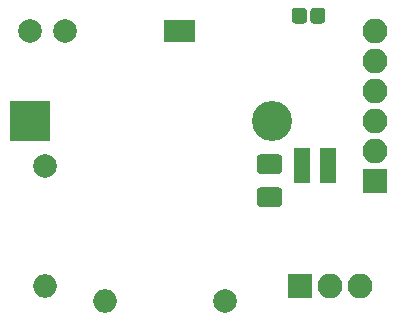
<source format=gbr>
G04 #@! TF.GenerationSoftware,KiCad,Pcbnew,(5.0.0)*
G04 #@! TF.CreationDate,2018-09-14T19:56:37-05:00*
G04 #@! TF.ProjectId,light sensitive demo,6C696768742073656E73697469766520,rev?*
G04 #@! TF.SameCoordinates,Original*
G04 #@! TF.FileFunction,Soldermask,Top*
G04 #@! TF.FilePolarity,Negative*
%FSLAX46Y46*%
G04 Gerber Fmt 4.6, Leading zero omitted, Abs format (unit mm)*
G04 Created by KiCad (PCBNEW (5.0.0)) date 09/14/18 19:56:37*
%MOMM*%
%LPD*%
G01*
G04 APERTURE LIST*
%ADD10C,0.100000*%
%ADD11C,1.650000*%
%ADD12C,1.275000*%
%ADD13R,1.460000X1.050000*%
%ADD14R,3.400000X3.400000*%
%ADD15C,3.400000*%
%ADD16R,2.100000X2.100000*%
%ADD17O,2.100000X2.100000*%
%ADD18R,1.400000X1.900000*%
%ADD19C,2.000000*%
%ADD20O,2.000000X2.000000*%
G04 APERTURE END LIST*
D10*
G04 #@! TO.C,C1*
G36*
X167147346Y-85406589D02*
X167179380Y-85411341D01*
X167210794Y-85419210D01*
X167241286Y-85430120D01*
X167270561Y-85443966D01*
X167298338Y-85460615D01*
X167324350Y-85479907D01*
X167348345Y-85501655D01*
X167370093Y-85525650D01*
X167389385Y-85551662D01*
X167406034Y-85579439D01*
X167419880Y-85608714D01*
X167430790Y-85639206D01*
X167438659Y-85670620D01*
X167443411Y-85702654D01*
X167445000Y-85735000D01*
X167445000Y-86725000D01*
X167443411Y-86757346D01*
X167438659Y-86789380D01*
X167430790Y-86820794D01*
X167419880Y-86851286D01*
X167406034Y-86880561D01*
X167389385Y-86908338D01*
X167370093Y-86934350D01*
X167348345Y-86958345D01*
X167324350Y-86980093D01*
X167298338Y-86999385D01*
X167270561Y-87016034D01*
X167241286Y-87029880D01*
X167210794Y-87040790D01*
X167179380Y-87048659D01*
X167147346Y-87053411D01*
X167115000Y-87055000D01*
X165625000Y-87055000D01*
X165592654Y-87053411D01*
X165560620Y-87048659D01*
X165529206Y-87040790D01*
X165498714Y-87029880D01*
X165469439Y-87016034D01*
X165441662Y-86999385D01*
X165415650Y-86980093D01*
X165391655Y-86958345D01*
X165369907Y-86934350D01*
X165350615Y-86908338D01*
X165333966Y-86880561D01*
X165320120Y-86851286D01*
X165309210Y-86820794D01*
X165301341Y-86789380D01*
X165296589Y-86757346D01*
X165295000Y-86725000D01*
X165295000Y-85735000D01*
X165296589Y-85702654D01*
X165301341Y-85670620D01*
X165309210Y-85639206D01*
X165320120Y-85608714D01*
X165333966Y-85579439D01*
X165350615Y-85551662D01*
X165369907Y-85525650D01*
X165391655Y-85501655D01*
X165415650Y-85479907D01*
X165441662Y-85460615D01*
X165469439Y-85443966D01*
X165498714Y-85430120D01*
X165529206Y-85419210D01*
X165560620Y-85411341D01*
X165592654Y-85406589D01*
X165625000Y-85405000D01*
X167115000Y-85405000D01*
X167147346Y-85406589D01*
X167147346Y-85406589D01*
G37*
D11*
X166370000Y-86230000D03*
D10*
G36*
X167147346Y-88206589D02*
X167179380Y-88211341D01*
X167210794Y-88219210D01*
X167241286Y-88230120D01*
X167270561Y-88243966D01*
X167298338Y-88260615D01*
X167324350Y-88279907D01*
X167348345Y-88301655D01*
X167370093Y-88325650D01*
X167389385Y-88351662D01*
X167406034Y-88379439D01*
X167419880Y-88408714D01*
X167430790Y-88439206D01*
X167438659Y-88470620D01*
X167443411Y-88502654D01*
X167445000Y-88535000D01*
X167445000Y-89525000D01*
X167443411Y-89557346D01*
X167438659Y-89589380D01*
X167430790Y-89620794D01*
X167419880Y-89651286D01*
X167406034Y-89680561D01*
X167389385Y-89708338D01*
X167370093Y-89734350D01*
X167348345Y-89758345D01*
X167324350Y-89780093D01*
X167298338Y-89799385D01*
X167270561Y-89816034D01*
X167241286Y-89829880D01*
X167210794Y-89840790D01*
X167179380Y-89848659D01*
X167147346Y-89853411D01*
X167115000Y-89855000D01*
X165625000Y-89855000D01*
X165592654Y-89853411D01*
X165560620Y-89848659D01*
X165529206Y-89840790D01*
X165498714Y-89829880D01*
X165469439Y-89816034D01*
X165441662Y-89799385D01*
X165415650Y-89780093D01*
X165391655Y-89758345D01*
X165369907Y-89734350D01*
X165350615Y-89708338D01*
X165333966Y-89680561D01*
X165320120Y-89651286D01*
X165309210Y-89620794D01*
X165301341Y-89589380D01*
X165296589Y-89557346D01*
X165295000Y-89525000D01*
X165295000Y-88535000D01*
X165296589Y-88502654D01*
X165301341Y-88470620D01*
X165309210Y-88439206D01*
X165320120Y-88408714D01*
X165333966Y-88379439D01*
X165350615Y-88351662D01*
X165369907Y-88325650D01*
X165391655Y-88301655D01*
X165415650Y-88279907D01*
X165441662Y-88260615D01*
X165469439Y-88243966D01*
X165498714Y-88230120D01*
X165529206Y-88219210D01*
X165560620Y-88211341D01*
X165592654Y-88206589D01*
X165625000Y-88205000D01*
X167115000Y-88205000D01*
X167147346Y-88206589D01*
X167147346Y-88206589D01*
G37*
D11*
X166370000Y-89030000D03*
G04 #@! TD*
D10*
G04 #@! TO.C,D1*
G36*
X169242493Y-72986535D02*
X169273435Y-72991125D01*
X169303778Y-72998725D01*
X169333230Y-73009263D01*
X169361508Y-73022638D01*
X169388338Y-73038719D01*
X169413463Y-73057353D01*
X169436640Y-73078360D01*
X169457647Y-73101537D01*
X169476281Y-73126662D01*
X169492362Y-73153492D01*
X169505737Y-73181770D01*
X169516275Y-73211222D01*
X169523875Y-73241565D01*
X169528465Y-73272507D01*
X169530000Y-73303750D01*
X169530000Y-74016250D01*
X169528465Y-74047493D01*
X169523875Y-74078435D01*
X169516275Y-74108778D01*
X169505737Y-74138230D01*
X169492362Y-74166508D01*
X169476281Y-74193338D01*
X169457647Y-74218463D01*
X169436640Y-74241640D01*
X169413463Y-74262647D01*
X169388338Y-74281281D01*
X169361508Y-74297362D01*
X169333230Y-74310737D01*
X169303778Y-74321275D01*
X169273435Y-74328875D01*
X169242493Y-74333465D01*
X169211250Y-74335000D01*
X168573750Y-74335000D01*
X168542507Y-74333465D01*
X168511565Y-74328875D01*
X168481222Y-74321275D01*
X168451770Y-74310737D01*
X168423492Y-74297362D01*
X168396662Y-74281281D01*
X168371537Y-74262647D01*
X168348360Y-74241640D01*
X168327353Y-74218463D01*
X168308719Y-74193338D01*
X168292638Y-74166508D01*
X168279263Y-74138230D01*
X168268725Y-74108778D01*
X168261125Y-74078435D01*
X168256535Y-74047493D01*
X168255000Y-74016250D01*
X168255000Y-73303750D01*
X168256535Y-73272507D01*
X168261125Y-73241565D01*
X168268725Y-73211222D01*
X168279263Y-73181770D01*
X168292638Y-73153492D01*
X168308719Y-73126662D01*
X168327353Y-73101537D01*
X168348360Y-73078360D01*
X168371537Y-73057353D01*
X168396662Y-73038719D01*
X168423492Y-73022638D01*
X168451770Y-73009263D01*
X168481222Y-72998725D01*
X168511565Y-72991125D01*
X168542507Y-72986535D01*
X168573750Y-72985000D01*
X169211250Y-72985000D01*
X169242493Y-72986535D01*
X169242493Y-72986535D01*
G37*
D12*
X168892500Y-73660000D03*
D10*
G36*
X170817493Y-72986535D02*
X170848435Y-72991125D01*
X170878778Y-72998725D01*
X170908230Y-73009263D01*
X170936508Y-73022638D01*
X170963338Y-73038719D01*
X170988463Y-73057353D01*
X171011640Y-73078360D01*
X171032647Y-73101537D01*
X171051281Y-73126662D01*
X171067362Y-73153492D01*
X171080737Y-73181770D01*
X171091275Y-73211222D01*
X171098875Y-73241565D01*
X171103465Y-73272507D01*
X171105000Y-73303750D01*
X171105000Y-74016250D01*
X171103465Y-74047493D01*
X171098875Y-74078435D01*
X171091275Y-74108778D01*
X171080737Y-74138230D01*
X171067362Y-74166508D01*
X171051281Y-74193338D01*
X171032647Y-74218463D01*
X171011640Y-74241640D01*
X170988463Y-74262647D01*
X170963338Y-74281281D01*
X170936508Y-74297362D01*
X170908230Y-74310737D01*
X170878778Y-74321275D01*
X170848435Y-74328875D01*
X170817493Y-74333465D01*
X170786250Y-74335000D01*
X170148750Y-74335000D01*
X170117507Y-74333465D01*
X170086565Y-74328875D01*
X170056222Y-74321275D01*
X170026770Y-74310737D01*
X169998492Y-74297362D01*
X169971662Y-74281281D01*
X169946537Y-74262647D01*
X169923360Y-74241640D01*
X169902353Y-74218463D01*
X169883719Y-74193338D01*
X169867638Y-74166508D01*
X169854263Y-74138230D01*
X169843725Y-74108778D01*
X169836125Y-74078435D01*
X169831535Y-74047493D01*
X169830000Y-74016250D01*
X169830000Y-73303750D01*
X169831535Y-73272507D01*
X169836125Y-73241565D01*
X169843725Y-73211222D01*
X169854263Y-73181770D01*
X169867638Y-73153492D01*
X169883719Y-73126662D01*
X169902353Y-73101537D01*
X169923360Y-73078360D01*
X169946537Y-73057353D01*
X169971662Y-73038719D01*
X169998492Y-73022638D01*
X170026770Y-73009263D01*
X170056222Y-72998725D01*
X170086565Y-72991125D01*
X170117507Y-72986535D01*
X170148750Y-72985000D01*
X170786250Y-72985000D01*
X170817493Y-72986535D01*
X170817493Y-72986535D01*
G37*
D12*
X170467500Y-73660000D03*
G04 #@! TD*
D13*
G04 #@! TO.C,U1*
X171280000Y-87310000D03*
X171280000Y-86360000D03*
X171280000Y-85410000D03*
X169080000Y-85410000D03*
X169080000Y-87310000D03*
X169080000Y-86360000D03*
G04 #@! TD*
D14*
G04 #@! TO.C,BT1*
X146050000Y-82550000D03*
D15*
X166540000Y-82550000D03*
G04 #@! TD*
D16*
G04 #@! TO.C,J1*
X175260000Y-87630000D03*
D17*
X175260000Y-85090000D03*
X175260000Y-82550000D03*
X175260000Y-80010000D03*
X175260000Y-77470000D03*
X175260000Y-74930000D03*
G04 #@! TD*
D18*
G04 #@! TO.C,JP1*
X159400000Y-74930000D03*
X158100000Y-74930000D03*
G04 #@! TD*
D19*
G04 #@! TO.C,R1*
X146050000Y-74930000D03*
X149050000Y-74930000D03*
G04 #@! TD*
D20*
G04 #@! TO.C,R2*
X147320000Y-96520000D03*
D19*
X147320000Y-86360000D03*
G04 #@! TD*
D20*
G04 #@! TO.C,R3*
X152400000Y-97790000D03*
D19*
X162560000Y-97790000D03*
G04 #@! TD*
D16*
G04 #@! TO.C,SW1*
X168910000Y-96520000D03*
D17*
X171450000Y-96520000D03*
X173990000Y-96520000D03*
G04 #@! TD*
M02*

</source>
